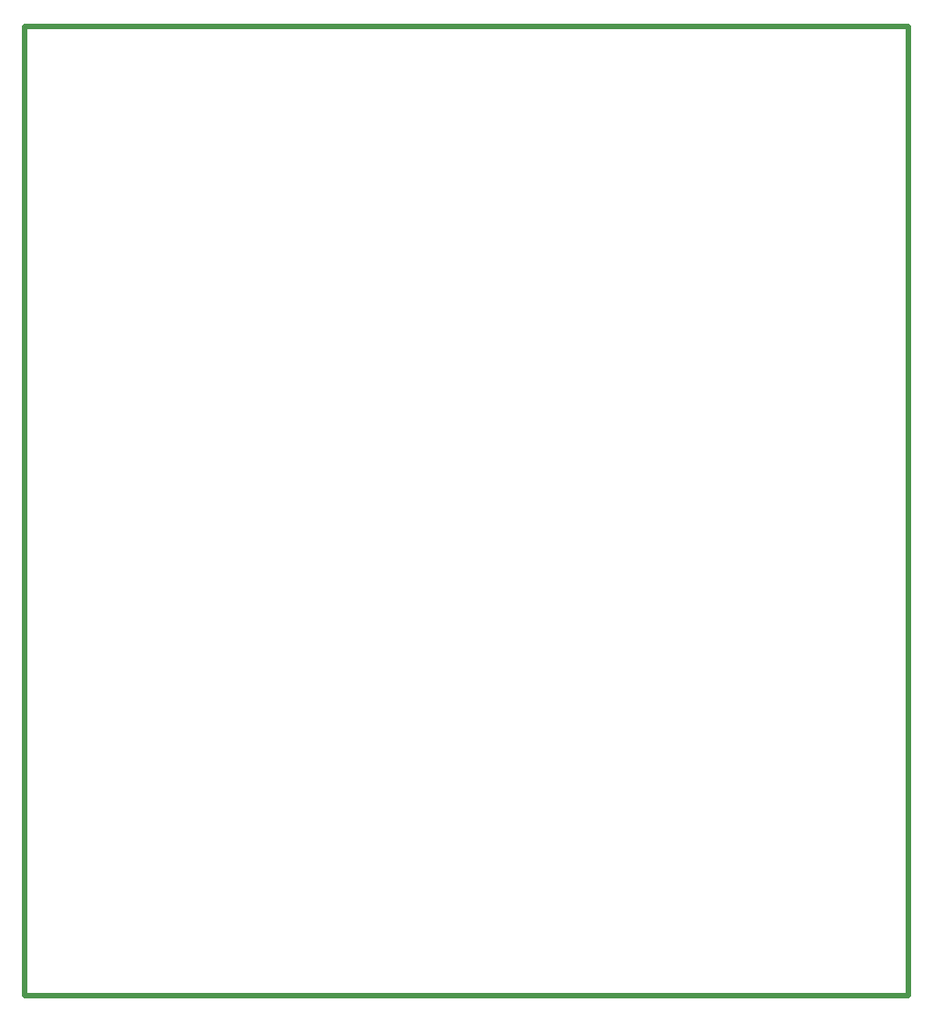
<source format=gm1>
G04 Layer: BottomSilkscreenLayer*
G04 EasyEDA Pro v2.1.32.5533625a, 2023-09-11 21:51:51*
G04 Gerber Generator version 0.3*
G04 Scale: 100 percent, Rotated: No, Reflected: No *
G04 Dimensions in millimeters  *
G04 leading zeros omitted , absolute positions ,3 integer and 6 decimal *
G04 #@! TF.GenerationSoftware,KiCad,Pcbnew,(5.1.10)-1*
G04 #@! TF.CreationDate,2023-09-11T22:03:16+08:00*
G04 #@! TF.ProjectId,AntennaSwitch_6x2,416e7465-6e6e-4615-9377-697463685f36,rev?*
G04 #@! TF.SameCoordinates,Original*
G04 #@! TF.FileFunction,Profile,NP*
%FSLAX46Y46*%
G04 Gerber Fmt 4.6, Leading zero omitted, Abs format (unit mm)*
G04 Created by KiCad (PCBNEW (5.1.10)-1) date 2023-09-11 22:03:16*
%MOMM*%
%LPD*%
G01*
G04 APERTURE LIST*
G04 #@! TA.AperFunction,Profile*
%ADD10C,0.500000*%
G04 #@! TD*
G04 APERTURE END LIST*
D10*
X128000000Y-55000000D02*
X46000000Y-55000000D01*
X46000000Y-145000000D02*
X46000000Y-55000000D01*
X128000000Y-145000000D02*
X46000000Y-145000000D01*
X128000000Y-145000000D02*
X128000000Y-55000000D01*
M02*

</source>
